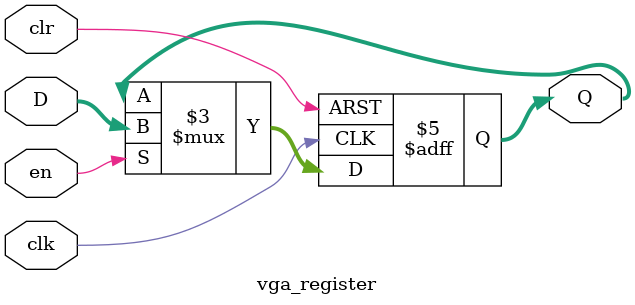
<source format=sv>
`timescale 1ns / 1ps

module VGA_fsm(
    input logic clk, rst,
    output logic[8:0] row,
    output logic[9:0] col,
    output logic Hsync, Vsync, en_r
    //input[3:0] pixel,
    //output[18:0] addr,
    );
    
    wire[9:0] H_MAX = 800;
    wire[9:0] V_MAX = 525;
    wire[9:0] H_PULSE = 95;
    wire[9:0] H_FP = 16;
    wire[9:0] H_BP = 48;
    wire[9:0] V_PULSE = 2;
    wire[9:0] V_FP = 10;
    wire[9:0] V_BP = 32;
   
    logic clearH, clearV, enH, enV, h_sync_val, v_sync_val, clk_50, clk_25;
    bit[9:0] hCount;
    bit[9:0] vCount;
    logic[9:0] row_out;
    logic[3:0] R, G, B;
    
    /*vga_counter #(10) hCounter(clk_25, clearH, enH, rst_l, hCount);
    vga_counter #(10) vCounter(clk_25, clearV, enV, rst_l, vCount);
    vga_register #(1) hReg(h_sync_val, clk_25, rst_l, 1'b1, Hsync);
    vga_register #(1) vReg(v_sync_val, clk_25, rst_l, 1'b1, Vsync);
    */
    m_counter #(10) hCounter(.Q(hCount), .D(10'd0), .clk(clk_25), .clr(rst), .load(clearH), .up(1'b1), .en(enH));
    m_counter #(10) vCounter(.Q(vCount), .D(10'd0), .clk(clk_25), .clr(rst), .load(clearV), .up(1'b1), .en(enV));

    
    m_register #(1) hReg(.Q(Hsync), .D(h_sync_val), .clr(rst), .en(1'b1), .clk(clk_25));
    m_register #(1) vReg(.Q(Vsync), .D(v_sync_val), .clr(rst), .en(1'b1), .clk(clk_25));
    
    
            
    assign enH = 1'b1;
    assign row = row_out[8:0];
    
    //counter v and h sync
    always_comb begin
        if(hCount >= H_MAX) begin
            clearH = 1'b1;
            h_sync_val = 1'b1;
            enV = 1'b0;
        end  
        else if(hCount > H_FP+H_PULSE) begin
            clearH = 1'b0;
            h_sync_val = 1'b1;
            enV = 1'b0;
        end
        else if(hCount == H_FP+H_PULSE) begin
            clearH = 1'b0;
            h_sync_val = 1'b0;
            enV = 1'b1;
        end
        else if(hCount >= H_FP) begin
            clearH = 1'b0;
            h_sync_val = 1'b0;
            enV = 1'b0;
        end                   
        else begin
            clearH = 1'b0;
            h_sync_val = 1'b1;
            enV = 1'b0;
        end
        
        
        if(vCount >= V_MAX) begin
            clearV = 1'b1;
            v_sync_val = 1'b1;
        end              
        else if(vCount >= V_FP+V_PULSE) begin
            clearV = 1'b0;
            v_sync_val = 1'b1;
        end           
        else if(vCount >= V_FP) begin
            clearV = 1'b0;
            v_sync_val = 1'b0;
        end           
        else begin
            clearV = 1'b0;
            v_sync_val = 1'b1;
        end
        
        
            
    end
    
    assign en_r = (hCount >= H_FP+H_PULSE+H_BP) && (vCount >= V_FP+V_PULSE+V_BP);
    
    //pixel
    always_comb begin
        if(hCount >= H_FP+H_PULSE+H_BP) begin
            col = hCount - (H_FP+H_PULSE+H_BP);
        end
        else begin
            col = 0;
        end
    
        if(vCount >= V_FP+V_PULSE+V_BP) begin
            row_out = vCount - (V_FP+V_PULSE+V_BP);
        end 
        else begin
            row_out = 0;
        end
    end 
    /*
    always_ff @(posedge clk, negedge rst_l) begin
        if(~rst_l) clk_50 <= 0;
        else clk_50 <= ~clk_50;
    end
    
        
    always_ff @(posedge clk_50, negedge rst_l) begin
        if(~rst_l) clk_25 <= 0;
        else clk_25 <= ~clk_25;
    end
    */
    always_ff @(posedge clk, posedge rst) begin
         if(rst) clk_50 <= 1;
         else clk_50 <= ~clk_50;
     end
     
         
     always_ff @(posedge clk_50, posedge rst) begin
         if(rst) clk_25 <= 1;
         else clk_25 <= ~clk_25;
     end
    

endmodule

module vga_counter
  #(parameter WIDTH = 8)
  (input  bit clk, clear, en, rst_L,
   output bit [WIDTH-1:0] Q);

  always_ff@(posedge clk, negedge rst_L)
    if(~rst_L)
      Q <= 0;
    else if (clear)
      Q <= 0;
    else if (en)
      Q <= Q + 1;
endmodule: vga_counter



module vga_register
  #(parameter WIDTH = 6)
   (input logic [WIDTH-1:0] D,
    input logic clk, clr, en,
    output logic [WIDTH-1:0] Q );

   always_ff @(posedge clk, negedge clr)
     if(~clr)
       Q <= 0;
     else if(en) Q <= D;
   
endmodule: vga_register

</source>
